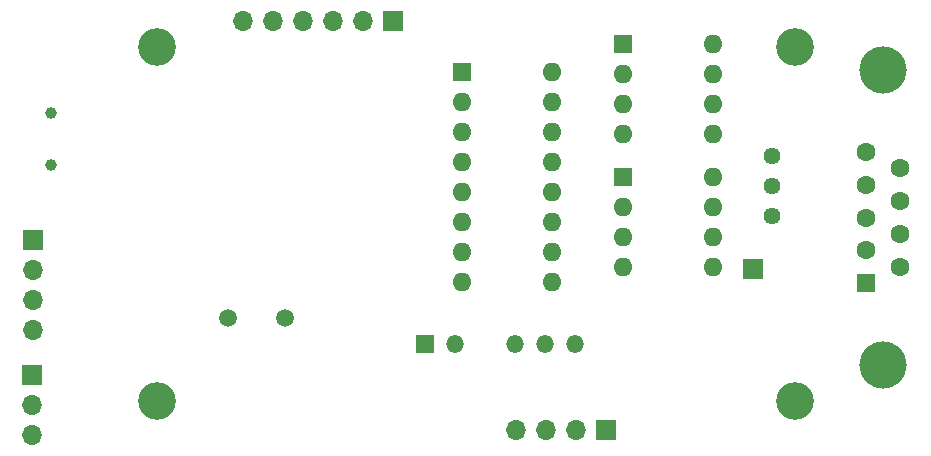
<source format=gbr>
%TF.GenerationSoftware,KiCad,Pcbnew,(6.0.0)*%
%TF.CreationDate,2023-02-03T01:01:01+01:00*%
%TF.ProjectId,EL1000_Lastcontroller,454c3130-3030-45f4-9c61-7374636f6e74,1*%
%TF.SameCoordinates,Original*%
%TF.FileFunction,Soldermask,Bot*%
%TF.FilePolarity,Negative*%
%FSLAX46Y46*%
G04 Gerber Fmt 4.6, Leading zero omitted, Abs format (unit mm)*
G04 Created by KiCad (PCBNEW (6.0.0)) date 2023-02-03 01:01:01*
%MOMM*%
%LPD*%
G01*
G04 APERTURE LIST*
%ADD10R,1.700000X1.700000*%
%ADD11O,1.700000X1.700000*%
%ADD12C,3.200000*%
%ADD13R,1.600000X1.600000*%
%ADD14O,1.600000X1.600000*%
%ADD15C,4.000000*%
%ADD16C,1.600000*%
%ADD17R,1.500000X1.500000*%
%ADD18O,1.500000X1.500000*%
%ADD19C,1.440000*%
%ADD20C,1.000000*%
%ADD21C,1.500000*%
G04 APERTURE END LIST*
D10*
%TO.C,J6*%
X66200000Y-73600000D03*
D11*
X66200000Y-76140000D03*
X66200000Y-78680000D03*
%TD*%
D12*
%TO.C,H4*%
X76800000Y-45800000D03*
%TD*%
D10*
%TO.C,J3*%
X96725000Y-43625000D03*
D11*
X94185000Y-43625000D03*
X91645000Y-43625000D03*
X89105000Y-43625000D03*
X86565000Y-43625000D03*
X84025000Y-43625000D03*
%TD*%
D10*
%TO.C,TP1*%
X127200000Y-64600000D03*
%TD*%
D12*
%TO.C,H1*%
X130800000Y-45800000D03*
%TD*%
D10*
%TO.C,J1*%
X66225000Y-62200000D03*
D11*
X66225000Y-64740000D03*
X66225000Y-67280000D03*
X66225000Y-69820000D03*
%TD*%
D13*
%TO.C,U4*%
X102600000Y-47925000D03*
D14*
X102600000Y-50465000D03*
X102600000Y-53005000D03*
X102600000Y-55545000D03*
X102600000Y-58085000D03*
X102600000Y-60625000D03*
X102600000Y-63165000D03*
X102600000Y-65705000D03*
X110220000Y-65705000D03*
X110220000Y-63165000D03*
X110220000Y-60625000D03*
X110220000Y-58085000D03*
X110220000Y-55545000D03*
X110220000Y-53005000D03*
X110220000Y-50465000D03*
X110220000Y-47925000D03*
%TD*%
D12*
%TO.C,H2*%
X76800000Y-75800000D03*
%TD*%
D15*
%TO.C,J5*%
X138220000Y-72760000D03*
X138220000Y-47760000D03*
D13*
X136800000Y-65800000D03*
D16*
X136800000Y-63030000D03*
X136800000Y-60260000D03*
X136800000Y-57490000D03*
X136800000Y-54720000D03*
X139640000Y-64415000D03*
X139640000Y-61645000D03*
X139640000Y-58875000D03*
X139640000Y-56105000D03*
%TD*%
D17*
%TO.C,U2*%
X99467500Y-71005000D03*
D18*
X102007500Y-71005000D03*
X107087500Y-71005000D03*
X109627500Y-71005000D03*
X112167500Y-71005000D03*
%TD*%
D13*
%TO.C,U7*%
X116200000Y-56800000D03*
D14*
X116200000Y-59340000D03*
X116200000Y-61880000D03*
X116200000Y-64420000D03*
X123820000Y-64420000D03*
X123820000Y-61880000D03*
X123820000Y-59340000D03*
X123820000Y-56800000D03*
%TD*%
D19*
%TO.C,RV1*%
X128875000Y-55050000D03*
X128875000Y-57590000D03*
X128875000Y-60130000D03*
%TD*%
D20*
%TO.C,J2*%
X67800000Y-51400000D03*
X67800000Y-55800000D03*
%TD*%
D12*
%TO.C,H3*%
X130800000Y-75800000D03*
%TD*%
D10*
%TO.C,J4*%
X114800000Y-78225000D03*
D11*
X112260000Y-78225000D03*
X109720000Y-78225000D03*
X107180000Y-78225000D03*
%TD*%
D21*
%TO.C,Y1*%
X82750000Y-68800000D03*
X87630000Y-68800000D03*
%TD*%
D13*
%TO.C,U6*%
X116200000Y-45600000D03*
D14*
X116200000Y-48140000D03*
X116200000Y-50680000D03*
X116200000Y-53220000D03*
X123820000Y-53220000D03*
X123820000Y-50680000D03*
X123820000Y-48140000D03*
X123820000Y-45600000D03*
%TD*%
M02*

</source>
